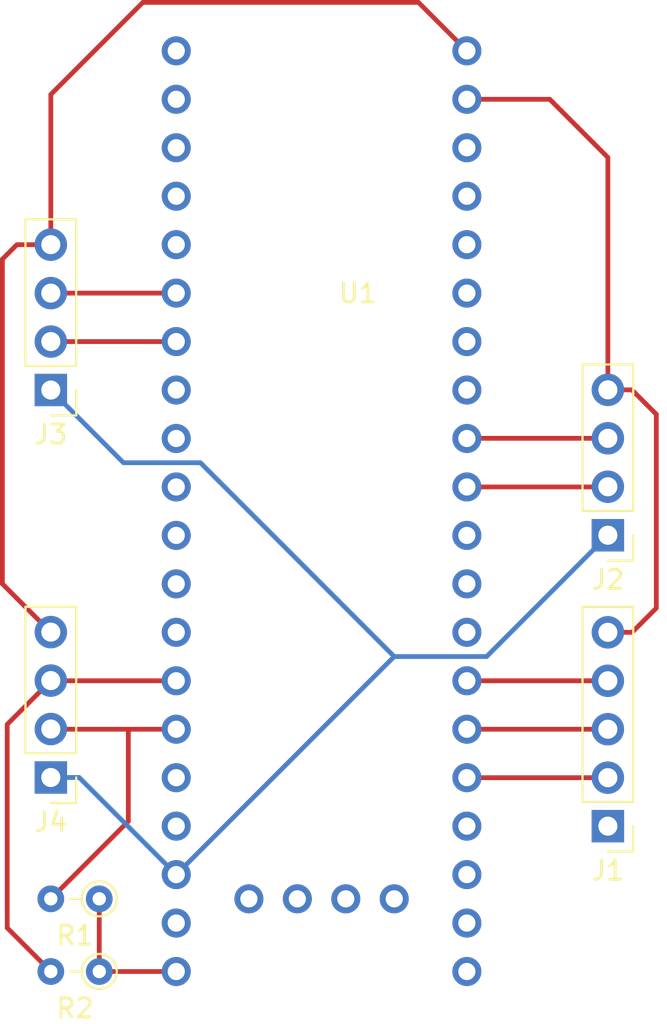
<source format=kicad_pcb>
(kicad_pcb (version 20211014) (generator pcbnew)
  (layers (0 "F.Cu" signal) (31 "B.Cu" signal) (34 "B.Paste" user) (35 "F.Paste" user) (36 "B.SilkS" user "B.Silkscreen") (37 "F.SilkS" user "F.Silkscreen") (38 "B.Mask" user) (39 "F.Mask" user) (44 "Edge.Cuts" user))
  (net 0 "")
  (net 2 "Net-(J1-Pad2)")
  (net 3 "Net-(J1-Pad3)")
  (net 4 "Net-(J1-Pad4)")
  (net 5 "GND")
  (net 6 "Net-(J2-Pad1)")
  (net 7 "Net-(J2-Pad2)")
  (net 8 "Net-(J2-Pad3)")
  (net 9 "Net-(J3-Pad2)")
  (net 10 "Net-(J3-Pad3)")
  (net 11 "Net-(J4-Pad2)")
  (net 12 "Net-(R1-Pad1)")
  (net 38 "Net-(J4-Pad3)")
  (footprint "Resistor_THT:R_Axial_DIN0204_L3.6mm_D1.6mm_P2.54mm_Vertical" (layer "F.Cu") (at 116.84 116.84 180)
    (fp_text reference "R2" (at 1.27 -1.92) (layer "F.SilkS"))
    (fp_text value "4k7")
    (fp_line (start 0.92 0) (end 1.54 0) (layer "F.SilkS") (width 0.12))
    (fp_circle (center 0 0) (end 0.92 0) (layer "F.SilkS") (width 0.12) (fill none))
    (pad "1" thru_hole circle (at 0 0 180) (size 1.4 1.4) (drill 0.7) (layers *.Cu *.Mask) (net 12 "Net-(R1-Pad1)"))
    (pad "2" thru_hole oval (at 2.54 0 180) (size 1.4 1.4) (drill 0.7) (layers *.Cu *.Mask) (net 38 "Net-(J4-Pad3)"))
  )
  (footprint "Connector_PinHeader_2.54mm:PinHeader_1x05_P2.54mm_Vertical" (layer "F.Cu") (at 143.51 109.22 180)
    (fp_text reference "J1" (at 0 -2.33) (layer "F.SilkS"))
    (fp_text value "Motor")
    (fp_line (start 1.33 1.27) (end 1.33 11.49) (layer "F.SilkS") (width 0.12))
    (fp_line (start -1.33 11.49) (end 1.33 11.49) (layer "F.SilkS") (width 0.12))
    (fp_line (start -1.33 -1.33) (end 0 -1.33) (layer "F.SilkS") (width 0.12))
    (fp_line (start -1.33 0) (end -1.33 -1.33) (layer "F.SilkS") (width 0.12))
    (fp_line (start -1.33 1.27) (end 1.33 1.27) (layer "F.SilkS") (width 0.12))
    (fp_line (start -1.33 1.27) (end -1.33 11.49) (layer "F.SilkS") (width 0.12))
    (pad "1" thru_hole rect (at 0 0 180) (size 1.7 1.7) (drill 1) (layers *.Cu *.Mask))
    (pad "2" thru_hole oval (at 0 2.54 180) (size 1.7 1.7) (drill 1) (layers *.Cu *.Mask) (net 2 "Net-(J1-Pad2)"))
    (pad "3" thru_hole oval (at 0 5.08 180) (size 1.7 1.7) (drill 1) (layers *.Cu *.Mask) (net 3 "Net-(J1-Pad3)"))
    (pad "4" thru_hole oval (at 0 7.62 180) (size 1.7 1.7) (drill 1) (layers *.Cu *.Mask) (net 4 "Net-(J1-Pad4)"))
    (pad "5" thru_hole oval (at 0 10.16 180) (size 1.7 1.7) (drill 1) (layers *.Cu *.Mask) (net 5 "GND"))
  )
  (footprint "blue-pill-kicad:blue_pill" (layer "F.Cu") (at 130.402 89.535)
    (fp_text reference "U1" (at 0 -8.255) (layer "F.SilkS"))
    (fp_text value "BP")
    (pad "3V3" thru_hole circle locked (at -5.715 23.495) (size 1.524 1.524) (drill 0.9) (layers *.Cu *.Mask) (net 12 "Net-(R1-Pad1)"))
    (pad "3V3" thru_hole circle locked (at -9.525 27.305) (size 1.524 1.524) (drill 0.9) (layers *.Cu *.Mask) (net 12 "Net-(R1-Pad1)"))
    (pad "3V3" thru_hole circle locked (at 5.715 -15.875) (size 1.524 1.524) (drill 0.9) (layers *.Cu *.Mask) (net 12 "Net-(R1-Pad1)"))
    (pad "5V" thru_hole circle locked (at -9.525 22.225) (size 1.524 1.524) (drill 0.9) (layers *.Cu *.Mask) (net 6 "Net-(J2-Pad1)"))
    (pad "G" thru_hole circle locked (at -9.525 24.765) (size 1.524 1.524) (drill 0.9) (layers *.Cu *.Mask) (net 5 "GND"))
    (pad "G" thru_hole circle locked (at 5.715 -18.415) (size 1.524 1.524) (drill 0.9) (layers *.Cu *.Mask) (net 5 "GND"))
    (pad "G" thru_hole circle locked (at 5.715 -20.955) (size 1.524 1.524) (drill 0.9) (layers *.Cu *.Mask) (net 5 "GND"))
    (pad "G" thru_hole circle locked (at 1.905 23.495) (size 1.524 1.524) (drill 0.9) (layers *.Cu *.Mask) (net 5 "GND"))
    (pad "NRST" thru_hole circle locked (at 5.715 -13.335) (size 1.524 1.524) (drill 0.9) (layers *.Cu *.Mask))
    (pad "PA0" thru_hole circle locked (at 5.715 17.145) (size 1.524 1.524) (drill 0.9) (layers *.Cu *.Mask) (net 2 "Net-(J1-Pad2)"))
    (pad "PA1" thru_hole circle locked (at 5.715 14.605) (size 1.524 1.524) (drill 0.9) (layers *.Cu *.Mask) (net 3 "Net-(J1-Pad3)"))
    (pad "PA2" thru_hole circle locked (at 5.715 12.065) (size 1.524 1.524) (drill 0.9) (layers *.Cu *.Mask) (net 4 "Net-(J1-Pad4)"))
    (pad "PA3" thru_hole circle locked (at 5.715 9.525) (size 1.524 1.524) (drill 0.9) (layers *.Cu *.Mask))
    (pad "PA4" thru_hole circle locked (at 5.715 6.985) (size 1.524 1.524) (drill 0.9) (layers *.Cu *.Mask))
    (pad "PA5" thru_hole circle locked (at 5.715 4.445) (size 1.524 1.524) (drill 0.9) (layers *.Cu *.Mask))
    (pad "PA6" thru_hole circle locked (at 5.715 1.905) (size 1.524 1.524) (drill 0.9) (layers *.Cu *.Mask) (net 7 "Net-(J2-Pad2)"))
    (pad "PA7" thru_hole circle locked (at 5.715 -0.635) (size 1.524 1.524) (drill 0.9) (layers *.Cu *.Mask) (net 8 "Net-(J2-Pad3)"))
    (pad "PA8" thru_hole circle locked (at -9.525 -10.795) (size 1.524 1.524) (drill 0.9) (layers *.Cu *.Mask))
    (pad "PA9" thru_hole circle locked (at -9.525 -8.255) (size 1.524 1.524) (drill 0.9) (layers *.Cu *.Mask) (net 10 "Net-(J3-Pad3)"))
    (pad "PA10" thru_hole circle locked (at -9.525 -5.715) (size 1.524 1.524) (drill 0.9) (layers *.Cu *.Mask) (net 9 "Net-(J3-Pad2)"))
    (pad "PA11" thru_hole circle locked (at -9.525 -3.175) (size 1.524 1.524) (drill 0.9) (layers *.Cu *.Mask))
    (pad "PA12" thru_hole circle locked (at -9.525 -0.635) (size 1.524 1.524) (drill 0.9) (layers *.Cu *.Mask))
    (pad "PA15" thru_hole circle locked (at -9.525 1.905) (size 1.524 1.524) (drill 0.9) (layers *.Cu *.Mask))
    (pad "PB0" thru_hole circle locked (at 5.715 -3.175) (size 1.524 1.524) (drill 0.9) (layers *.Cu *.Mask))
    (pad "PB1" thru_hole circle locked (at 5.715 -5.715) (size 1.524 1.524) (drill 0.9) (layers *.Cu *.Mask))
    (pad "PB3" thru_hole circle locked (at -9.525 4.445) (size 1.524 1.524) (drill 0.9) (layers *.Cu *.Mask))
    (pad "PB4" thru_hole circle locked (at -9.525 6.985) (size 1.524 1.524) (drill 0.9) (layers *.Cu *.Mask))
    (pad "PB5" thru_hole circle locked (at -9.525 9.525) (size 1.524 1.524) (drill 0.9) (layers *.Cu *.Mask))
    (pad "PB6" thru_hole circle locked (at -9.525 12.065) (size 1.524 1.524) (drill 0.9) (layers *.Cu *.Mask) (net 38 "Net-(J4-Pad3)"))
    (pad "PB7" thru_hole circle locked (at -9.525 14.605) (size 1.524 1.524) (drill 0.9) (layers *.Cu *.Mask) (net 11 "Net-(J4-Pad2)"))
    (pad "PB8" thru_hole circle locked (at -9.525 17.145) (size 1.524 1.524) (drill 0.9) (layers *.Cu *.Mask))
    (pad "PB9" thru_hole circle locked (at -9.525 19.685) (size 1.524 1.524) (drill 0.9) (layers *.Cu *.Mask))
    (pad "PB10" thru_hole circle locked (at 5.715 -8.255) (size 1.524 1.524) (drill 0.9) (layers *.Cu *.Mask))
    (pad "PB11" thru_hole circle locked (at 5.715 -10.795) (size 1.524 1.524) (drill 0.9) (layers *.Cu *.Mask))
    (pad "PB12" thru_hole circle locked (at -9.525 -20.955) (size 1.524 1.524) (drill 0.9) (layers *.Cu *.Mask))
    (pad "PB13" thru_hole circle locked (at -9.525 -18.415) (size 1.524 1.524) (drill 0.9) (layers *.Cu *.Mask))
    (pad "PB14" thru_hole circle locked (at -9.525 -15.875) (size 1.524 1.524) (drill 0.9) (layers *.Cu *.Mask))
    (pad "PB15" thru_hole circle locked (at -9.525 -13.335) (size 1.524 1.524) (drill 0.9) (layers *.Cu *.Mask))
    (pad "PC13" thru_hole circle locked (at 5.715 24.765) (size 1.524 1.524) (drill 0.9) (layers *.Cu *.Mask))
    (pad "PC14" thru_hole circle locked (at 5.715 22.225) (size 1.524 1.524) (drill 0.9) (layers *.Cu *.Mask))
    (pad "PC15" thru_hole circle locked (at 5.715 19.685) (size 1.524 1.524) (drill 0.9) (layers *.Cu *.Mask))
    (pad "SWCLK" thru_hole circle locked (at -0.635 23.495) (size 1.524 1.524) (drill 0.9) (layers *.Cu *.Mask))
    (pad "SWO" thru_hole circle locked (at -3.175 23.495) (size 1.524 1.524) (drill 0.9) (layers *.Cu *.Mask))
    (pad "VBAT" thru_hole circle locked (at 5.715 27.305) (size 1.524 1.524) (drill 0.9) (layers *.Cu *.Mask))
  )
  (footprint "Connector_PinHeader_2.54mm:PinHeader_1x04_P2.54mm_Vertical" (layer "F.Cu") (at 114.3 86.36 180)
    (fp_text reference "J3" (at 0 -2.33) (layer "F.SilkS"))
    (fp_text value "UART")
    (fp_line (start -1.33 0) (end -1.33 -1.33) (layer "F.SilkS") (width 0.12))
    (fp_line (start -1.33 1.27) (end 1.33 1.27) (layer "F.SilkS") (width 0.12))
    (fp_line (start 1.33 1.27) (end 1.33 8.95) (layer "F.SilkS") (width 0.12))
    (fp_line (start -1.33 1.27) (end -1.33 8.95) (layer "F.SilkS") (width 0.12))
    (fp_line (start -1.33 -1.33) (end 0 -1.33) (layer "F.SilkS") (width 0.12))
    (fp_line (start -1.33 8.95) (end 1.33 8.95) (layer "F.SilkS") (width 0.12))
    (pad "1" thru_hole rect (at 0 0 180) (size 1.7 1.7) (drill 1) (layers *.Cu *.Mask) (net 6 "Net-(J2-Pad1)"))
    (pad "2" thru_hole oval (at 0 2.54 180) (size 1.7 1.7) (drill 1) (layers *.Cu *.Mask) (net 9 "Net-(J3-Pad2)"))
    (pad "3" thru_hole oval (at 0 5.08 180) (size 1.7 1.7) (drill 1) (layers *.Cu *.Mask) (net 10 "Net-(J3-Pad3)"))
    (pad "4" thru_hole oval (at 0 7.62 180) (size 1.7 1.7) (drill 1) (layers *.Cu *.Mask) (net 5 "GND"))
  )
  (footprint "Connector_PinHeader_2.54mm:PinHeader_1x04_P2.54mm_Vertical" (layer "F.Cu") (at 114.3 106.67 180)
    (fp_text reference "J4" (at 0 -2.33) (layer "F.SilkS"))
    (fp_text value "I2C")
    (fp_line (start 1.33 1.27) (end 1.33 8.95) (layer "F.SilkS") (width 0.12))
    (fp_line (start -1.33 8.95) (end 1.33 8.95) (layer "F.SilkS") (width 0.12))
    (fp_line (start -1.33 0) (end -1.33 -1.33) (layer "F.SilkS") (width 0.12))
    (fp_line (start -1.33 1.27) (end 1.33 1.27) (layer "F.SilkS") (width 0.12))
    (fp_line (start -1.33 -1.33) (end 0 -1.33) (layer "F.SilkS") (width 0.12))
    (fp_line (start -1.33 1.27) (end -1.33 8.95) (layer "F.SilkS") (width 0.12))
    (pad "1" thru_hole rect (at 0 0 180) (size 1.7 1.7) (drill 1) (layers *.Cu *.Mask) (net 6 "Net-(J2-Pad1)"))
    (pad "2" thru_hole oval (at 0 2.54 180) (size 1.7 1.7) (drill 1) (layers *.Cu *.Mask) (net 11 "Net-(J4-Pad2)"))
    (pad "3" thru_hole oval (at 0 5.08 180) (size 1.7 1.7) (drill 1) (layers *.Cu *.Mask) (net 38 "Net-(J4-Pad3)"))
    (pad "4" thru_hole oval (at 0 7.62 180) (size 1.7 1.7) (drill 1) (layers *.Cu *.Mask) (net 5 "GND"))
  )
  (footprint "Connector_PinHeader_2.54mm:PinHeader_1x04_P2.54mm_Vertical" (layer "F.Cu") (at 143.51 93.97 180)
    (fp_text reference "J2" (at 0 -2.33) (layer "F.SilkS"))
    (fp_text value "Encoder")
    (fp_line (start -1.33 8.95) (end 1.33 8.95) (layer "F.SilkS") (width 0.12))
    (fp_line (start -1.33 0) (end -1.33 -1.33) (layer "F.SilkS") (width 0.12))
    (fp_line (start -1.33 1.27) (end 1.33 1.27) (layer "F.SilkS") (width 0.12))
    (fp_line (start -1.33 -1.33) (end 0 -1.33) (layer "F.SilkS") (width 0.12))
    (fp_line (start 1.33 1.27) (end 1.33 8.95) (layer "F.SilkS") (width 0.12))
    (fp_line (start -1.33 1.27) (end -1.33 8.95) (layer "F.SilkS") (width 0.12))
    (pad "1" thru_hole rect (at 0 0 180) (size 1.7 1.7) (drill 1) (layers *.Cu *.Mask) (net 6 "Net-(J2-Pad1)"))
    (pad "2" thru_hole oval (at 0 2.54 180) (size 1.7 1.7) (drill 1) (layers *.Cu *.Mask) (net 7 "Net-(J2-Pad2)"))
    (pad "3" thru_hole oval (at 0 5.08 180) (size 1.7 1.7) (drill 1) (layers *.Cu *.Mask) (net 8 "Net-(J2-Pad3)"))
    (pad "4" thru_hole oval (at 0 7.62 180) (size 1.7 1.7) (drill 1) (layers *.Cu *.Mask) (net 5 "GND"))
  )
  (footprint "Resistor_THT:R_Axial_DIN0204_L3.6mm_D1.6mm_P2.54mm_Vertical" (layer "F.Cu") (at 116.84 113.03 180)
    (fp_text reference "R1" (at 1.27 -1.92) (layer "F.SilkS"))
    (fp_text value "4k7")
    (fp_line (start 0.92 0) (end 1.54 0) (layer "F.SilkS") (width 0.12))
    (fp_circle (center 0 0) (end 0.92 0) (layer "F.SilkS") (width 0.12) (fill none))
    (pad "1" thru_hole circle (at 0 0 180) (size 1.4 1.4) (drill 0.7) (layers *.Cu *.Mask) (net 12 "Net-(R1-Pad1)"))
    (pad "2" thru_hole oval (at 2.54 0 180) (size 1.4 1.4) (drill 0.7) (layers *.Cu *.Mask) (net 11 "Net-(J4-Pad2)"))
  )
  (segment (start 136.117 106.68) (end 143.51 106.68) (width 0.25) (layer "F.Cu") (net 2))
  (segment (start 136.117 104.14) (end 143.51 104.14) (width 0.25) (layer "F.Cu") (net 3))
  (segment (start 136.117 101.6) (end 143.51 101.6) (width 0.25) (layer "F.Cu") (net 4))
  (segment (start 143.51 86.35) (end 144.77 86.35) (width 0.25) (layer "F.Cu") (net 5))
  (segment (start 111.76 96.52) (end 114.3 99.06) (width 0.25) (layer "F.Cu") (net 5))
  (segment (start 143.51 74.168) (end 143.51 86.35) (width 0.25) (layer "F.Cu") (net 5))
  (segment (start 114.3 78.74) (end 114.3 70.866) (width 0.25) (layer "F.Cu") (net 5))
  (segment (start 144.78 99.06) (end 143.51 99.06) (width 0.25) (layer "F.Cu") (net 5))
  (segment (start 140.462 71.12) (end 143.51 74.168) (width 0.25) (layer "F.Cu") (net 5))
  (segment (start 114.3 70.866) (end 119.126 66.04) (width 0.25) (layer "F.Cu") (net 5))
  (segment (start 112.522 78.74) (end 111.76 79.502) (width 0.25) (layer "F.Cu") (net 5))
  (segment (start 133.577 66.04) (end 136.117 68.58) (width 0.25) (layer "F.Cu") (net 5))
  (segment (start 119.126 66.04) (end 133.577 66.04) (width 0.25) (layer "F.Cu") (net 5))
  (segment (start 114.3 78.74) (end 112.522 78.74) (width 0.25) (layer "F.Cu") (net 5))
  (segment (start 111.76 79.502) (end 111.76 96.52) (width 0.25) (layer "F.Cu") (net 5))
  (segment (start 136.117 71.12) (end 140.462 71.12) (width 0.25) (layer "F.Cu") (net 5))
  (segment (start 144.77 86.35) (end 146.05 87.63) (width 0.25) (layer "F.Cu") (net 5))
  (segment (start 146.05 97.79) (end 144.78 99.06) (width 0.25) (layer "F.Cu") (net 5))
  (segment (start 146.05 87.63) (end 146.05 97.79) (width 0.25) (layer "F.Cu") (net 5))
  (segment (start 132.307 100.33) (end 120.877 111.76) (width 0.25) (layer "B.Cu") (net 6))
  (segment (start 114.3 86.36) (end 118.11 90.17) (width 0.25) (layer "B.Cu") (net 6))
  (segment (start 143.51 93.97) (end 137.15 100.33) (width 0.25) (layer "B.Cu") (net 6))
  (segment (start 118.11 90.17) (end 122.147 90.17) (width 0.25) (layer "B.Cu") (net 6))
  (segment (start 115.787 106.67) (end 120.877 111.76) (width 0.25) (layer "B.Cu") (net 6))
  (segment (start 122.147 90.17) (end 132.307 100.33) (width 0.25) (layer "B.Cu") (net 6))
  (segment (start 137.15 100.33) (end 132.307 100.33) (width 0.25) (layer "B.Cu") (net 6))
  (segment (start 114.3 106.67) (end 115.787 106.67) (width 0.25) (layer "B.Cu") (net 6))
  (segment (start 136.117 91.44) (end 143.5 91.44) (width 0.25) (layer "F.Cu") (net 7))
  (segment (start 143.5 91.44) (end 143.51 91.43) (width 0.25) (layer "F.Cu") (net 7))
  (segment (start 136.127 88.89) (end 136.117 88.9) (width 0.25) (layer "F.Cu") (net 8))
  (segment (start 143.51 88.89) (end 136.127 88.89) (width 0.25) (layer "F.Cu") (net 8))
  (segment (start 120.877 83.82) (end 114.3 83.82) (width 0.25) (layer "F.Cu") (net 9))
  (segment (start 120.877 81.28) (end 114.3 81.28) (width 0.25) (layer "F.Cu") (net 10))
  (segment (start 118.364 104.14) (end 120.877 104.14) (width 0.25) (layer "F.Cu") (net 11))
  (segment (start 114.3 104.14) (end 118.364 104.14) (width 0.25) (layer "F.Cu") (net 11))
  (segment (start 118.364 108.966) (end 114.3 113.03) (width 0.25) (layer "F.Cu") (net 11))
  (segment (start 118.364 104.14) (end 118.364 108.966) (width 0.25) (layer "F.Cu") (net 11))
  (segment (start 116.84 116.84) (end 116.84 113.03) (width 0.25) (layer "F.Cu") (net 12))
  (segment (start 120.877 116.84) (end 116.84 116.84) (width 0.25) (layer "F.Cu") (net 12))
  (segment (start 112.014 103.886) (end 114.3 101.6) (width 0.25) (layer "F.Cu") (net 38))
  (segment (start 112.014 114.554) (end 112.014 103.886) (width 0.25) (layer "F.Cu") (net 38))
  (segment (start 120.877 101.6) (end 114.3 101.6) (width 0.25) (layer "F.Cu") (net 38))
  (segment (start 114.3 116.84) (end 112.014 114.554) (width 0.25) (layer "F.Cu") (net 38))
)
</source>
